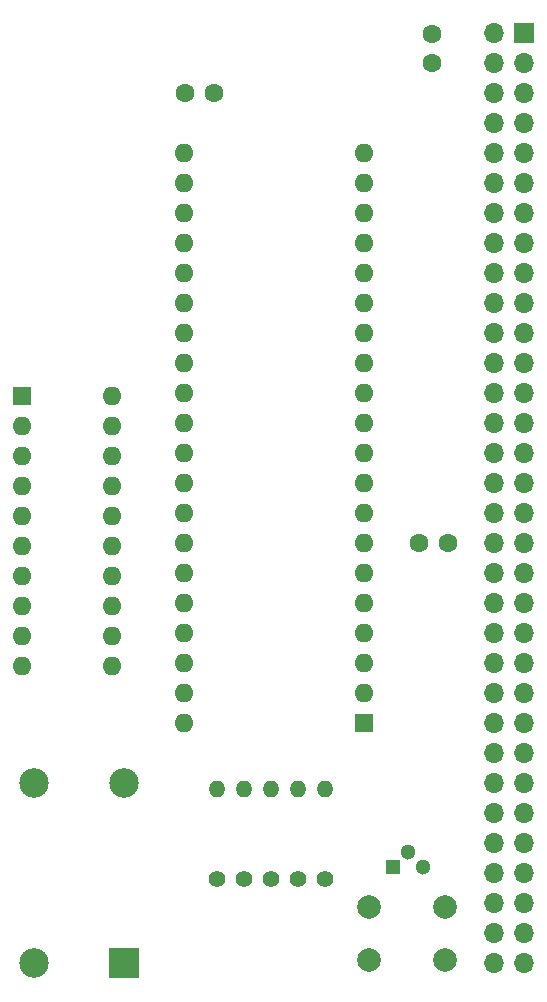
<source format=gts>
G04 #@! TF.GenerationSoftware,KiCad,Pcbnew,(6.0.1)*
G04 #@! TF.CreationDate,2022-09-17T15:19:59-04:00*
G04 #@! TF.ProjectId,LB-6809-01,4c422d36-3830-4392-9d30-312e6b696361,1*
G04 #@! TF.SameCoordinates,Original*
G04 #@! TF.FileFunction,Soldermask,Top*
G04 #@! TF.FilePolarity,Negative*
%FSLAX46Y46*%
G04 Gerber Fmt 4.6, Leading zero omitted, Abs format (unit mm)*
G04 Created by KiCad (PCBNEW (6.0.1)) date 2022-09-17 15:19:59*
%MOMM*%
%LPD*%
G01*
G04 APERTURE LIST*
%ADD10R,1.300000X1.300000*%
%ADD11C,1.300000*%
%ADD12R,1.700000X1.700000*%
%ADD13O,1.700000X1.700000*%
%ADD14R,1.600000X1.600000*%
%ADD15O,1.600000X1.600000*%
%ADD16C,1.400000*%
%ADD17O,1.400000X1.400000*%
%ADD18C,1.600000*%
%ADD19R,2.500000X2.500000*%
%ADD20C,2.500000*%
%ADD21C,2.000000*%
G04 APERTURE END LIST*
D10*
X168783000Y-125201000D03*
D11*
X170053000Y-123931000D03*
X171323000Y-125201000D03*
D12*
X179890000Y-54615000D03*
D13*
X177350000Y-54615000D03*
X179890000Y-57155000D03*
X177350000Y-57155000D03*
X179890000Y-59695000D03*
X177350000Y-59695000D03*
X179890000Y-62235000D03*
X177350000Y-62235000D03*
X179890000Y-64775000D03*
X177350000Y-64775000D03*
X179890000Y-67315000D03*
X177350000Y-67315000D03*
X179890000Y-69855000D03*
X177350000Y-69855000D03*
X179890000Y-72395000D03*
X177350000Y-72395000D03*
X179890000Y-74935000D03*
X177350000Y-74935000D03*
X179890000Y-77475000D03*
X177350000Y-77475000D03*
X179890000Y-80015000D03*
X177350000Y-80015000D03*
X179890000Y-82555000D03*
X177350000Y-82555000D03*
X179890000Y-85095000D03*
X177350000Y-85095000D03*
X179890000Y-87635000D03*
X177350000Y-87635000D03*
X179890000Y-90175000D03*
X177350000Y-90175000D03*
X179890000Y-92715000D03*
X177350000Y-92715000D03*
X179890000Y-95255000D03*
X177350000Y-95255000D03*
X179890000Y-97795000D03*
X177350000Y-97795000D03*
X179890000Y-100335000D03*
X177350000Y-100335000D03*
X179890000Y-102875000D03*
X177350000Y-102875000D03*
X179890000Y-105415000D03*
X177350000Y-105415000D03*
X179890000Y-107955000D03*
X177350000Y-107955000D03*
X179890000Y-110495000D03*
X177350000Y-110495000D03*
X179890000Y-113035000D03*
X177350000Y-113035000D03*
X179890000Y-115575000D03*
X177350000Y-115575000D03*
X179890000Y-118115000D03*
X177350000Y-118115000D03*
X179890000Y-120655000D03*
X177350000Y-120655000D03*
X179890000Y-123195000D03*
X177350000Y-123195000D03*
X179890000Y-125735000D03*
X177350000Y-125735000D03*
X179890000Y-128275000D03*
X177350000Y-128275000D03*
X179890000Y-130815000D03*
X177350000Y-130815000D03*
X179890000Y-133355000D03*
X177350000Y-133355000D03*
D14*
X166375000Y-113025000D03*
D15*
X166375000Y-110485000D03*
X166375000Y-107945000D03*
X166375000Y-105405000D03*
X166375000Y-102865000D03*
X166375000Y-100325000D03*
X166375000Y-97785000D03*
X166375000Y-95245000D03*
X166375000Y-92705000D03*
X166375000Y-90165000D03*
X166375000Y-87625000D03*
X166375000Y-85085000D03*
X166375000Y-82545000D03*
X166375000Y-80005000D03*
X166375000Y-77465000D03*
X166375000Y-74925000D03*
X166375000Y-72385000D03*
X166375000Y-69845000D03*
X166375000Y-67305000D03*
X166375000Y-64765000D03*
X151135000Y-64765000D03*
X151135000Y-67305000D03*
X151135000Y-69845000D03*
X151135000Y-72385000D03*
X151135000Y-74925000D03*
X151135000Y-77465000D03*
X151135000Y-80005000D03*
X151135000Y-82545000D03*
X151135000Y-85085000D03*
X151135000Y-87625000D03*
X151135000Y-90165000D03*
X151135000Y-92705000D03*
X151135000Y-95245000D03*
X151135000Y-97785000D03*
X151135000Y-100325000D03*
X151135000Y-102865000D03*
X151135000Y-105405000D03*
X151135000Y-107945000D03*
X151135000Y-110485000D03*
X151135000Y-113025000D03*
D16*
X153924000Y-126238000D03*
D17*
X153924000Y-118618000D03*
D16*
X158496000Y-126238000D03*
D17*
X158496000Y-118618000D03*
D16*
X163068000Y-126238000D03*
D17*
X163068000Y-118618000D03*
D16*
X156210000Y-126238000D03*
D17*
X156210000Y-118618000D03*
D14*
X137424000Y-85349000D03*
D15*
X137424000Y-87889000D03*
X137424000Y-90429000D03*
X137424000Y-92969000D03*
X137424000Y-95509000D03*
X137424000Y-98049000D03*
X137424000Y-100589000D03*
X137424000Y-103129000D03*
X137424000Y-105669000D03*
X137424000Y-108209000D03*
X145044000Y-108209000D03*
X145044000Y-105669000D03*
X145044000Y-103129000D03*
X145044000Y-100589000D03*
X145044000Y-98049000D03*
X145044000Y-95509000D03*
X145044000Y-92969000D03*
X145044000Y-90429000D03*
X145044000Y-87889000D03*
X145044000Y-85349000D03*
D18*
X151150000Y-59690000D03*
X153650000Y-59690000D03*
D19*
X146050000Y-133350000D03*
D20*
X146050000Y-118110000D03*
X138430000Y-118110000D03*
X138430000Y-133350000D03*
D18*
X172085000Y-57130000D03*
X172085000Y-54630000D03*
D21*
X173228000Y-133096000D03*
X166728000Y-133096000D03*
X173228000Y-128596000D03*
X166728000Y-128596000D03*
D16*
X160782000Y-126238000D03*
D17*
X160782000Y-118618000D03*
D18*
X173462000Y-97790000D03*
X170962000Y-97790000D03*
M02*

</source>
